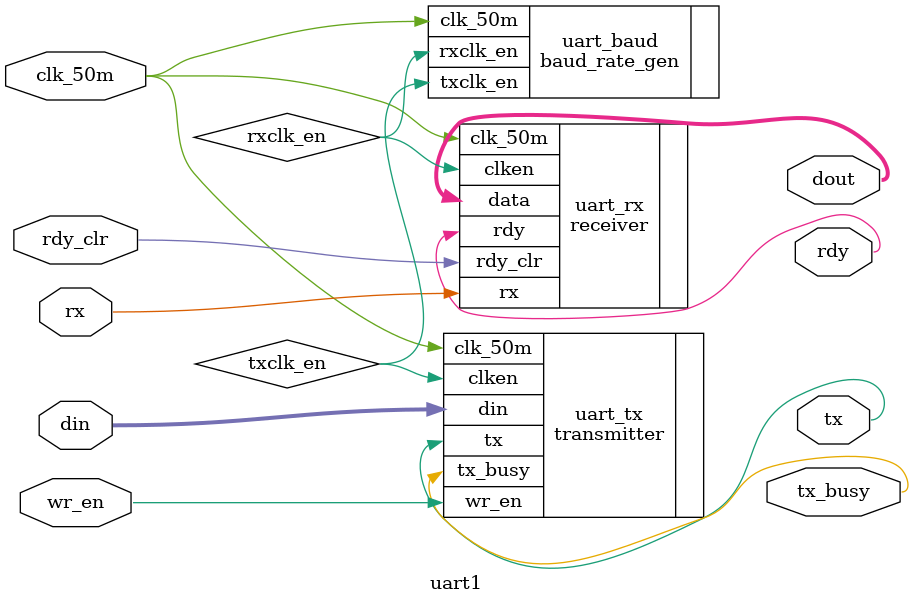
<source format=v>
`timescale 1ns / 1ps


module uart1(input wire [7:0] din,
	    input wire wr_en,
	    input wire clk_50m,
	    output wire tx,
	    output wire tx_busy,
	    input wire rx,
	    output wire rdy,
	    input wire rdy_clr,
	    output wire [7:0] dout);

wire rxclk_en, txclk_en;

baud_rate_gen uart_baud(.clk_50m(clk_50m),
			.rxclk_en(rxclk_en),
			.txclk_en(txclk_en));
transmitter uart_tx(.din(din),
		    .wr_en(wr_en),
		    .clk_50m(clk_50m),
		    .clken(txclk_en),
		    .tx(tx),
		    .tx_busy(tx_busy));
receiver uart_rx(.rx(rx),
		 .rdy(rdy),
		 .rdy_clr(rdy_clr),
		 .clk_50m(clk_50m),
		 .clken(rxclk_en),
		 .data(dout));

endmodule
</source>
